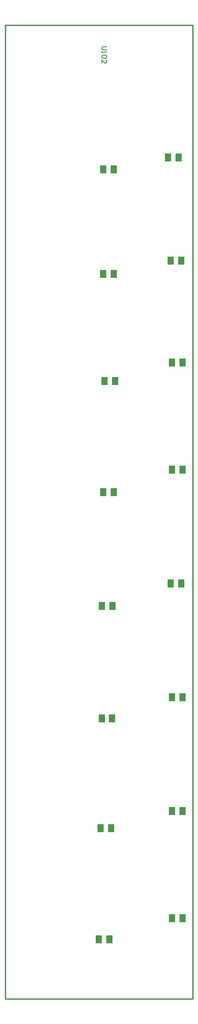
<source format=gbp>
G04 Layer_Color=128*
%FSLAX25Y25*%
%MOIN*%
G70*
G01*
G75*
%ADD22C,0.01000*%
%ADD23C,0.00800*%
%ADD30R,0.05118X0.06102*%
D22*
X0Y-736221D02*
X141732D01*
Y0D01*
X0D02*
X141732D01*
X0Y-736221D02*
Y0D01*
D23*
X76499Y-16500D02*
X73583D01*
X73000Y-17083D01*
Y-18249D01*
X73583Y-18833D01*
X76499D01*
X73000Y-19999D02*
Y-21165D01*
Y-20582D01*
X76499D01*
X75916Y-19999D01*
Y-22915D02*
X76499Y-23498D01*
Y-24664D01*
X75916Y-25247D01*
X73583D01*
X73000Y-24664D01*
Y-23498D01*
X73583Y-22915D01*
X75916D01*
X73000Y-28746D02*
Y-26414D01*
X75333Y-28746D01*
X75916D01*
X76499Y-28163D01*
Y-26997D01*
X75916Y-26414D01*
D30*
X133937Y-675000D02*
D03*
X126063D02*
D03*
X78437Y-691000D02*
D03*
X70563D02*
D03*
X133858Y-594000D02*
D03*
X125984D02*
D03*
X79937Y-607000D02*
D03*
X72063D02*
D03*
X133858Y-508000D02*
D03*
X125984D02*
D03*
X80689Y-524000D02*
D03*
X72815D02*
D03*
X132937Y-422000D02*
D03*
X125063D02*
D03*
X80937Y-439000D02*
D03*
X73063D02*
D03*
X125984Y-255000D02*
D03*
X133858D02*
D03*
X126063Y-336000D02*
D03*
X133937D02*
D03*
X74063Y-353000D02*
D03*
X81937D02*
D03*
X75063Y-269000D02*
D03*
X82937D02*
D03*
X74063Y-188000D02*
D03*
X81937D02*
D03*
X125063Y-178000D02*
D03*
X132937D02*
D03*
X123063Y-100000D02*
D03*
X130937D02*
D03*
X74063Y-109000D02*
D03*
X81937D02*
D03*
M02*

</source>
